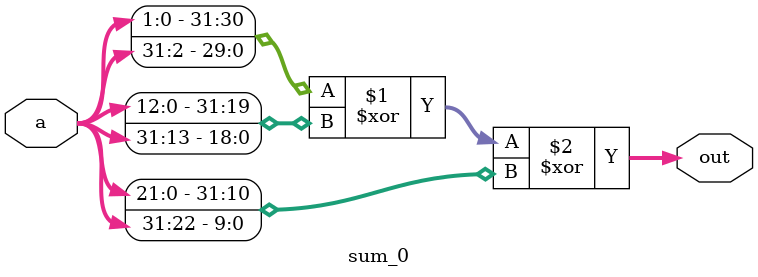
<source format=v>
module sum_0(
	input [31:0] a,
	output [31:0] out
);
	assign out = {a[1:0], a[31:2]} ^ {a[12:0], a[31:13]} ^ {a[21:0], a[31:22]};
endmodule 
</source>
